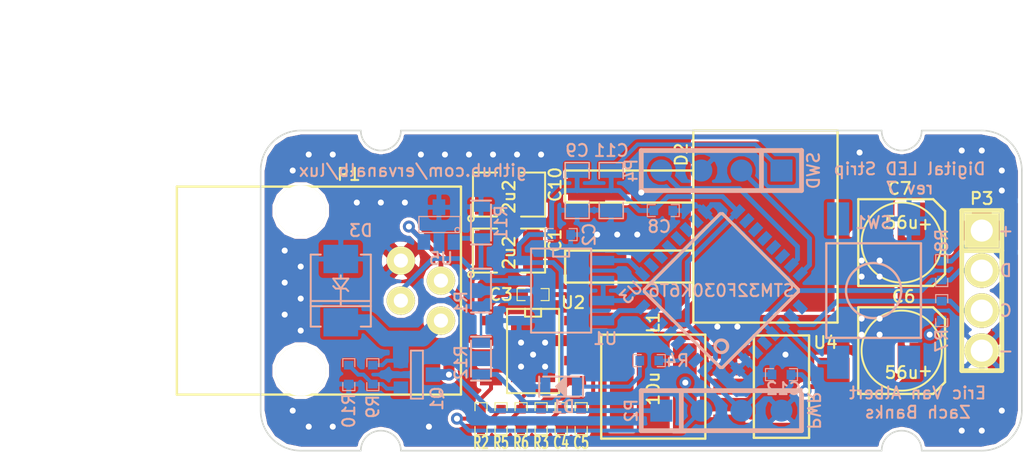
<source format=kicad_pcb>
(kicad_pcb (version 4) (host pcbnew 4.0.2+dfsg1-stable)
  (layers (0 F.Cu signal) (1 Inner2.Cu signal hide) (2 Inner1.Cu signal hide) (31 B.Cu signal) (34 B.Paste user hide) (35 F.Paste user hide) (36 B.SilkS user) (37 F.SilkS user) (38 B.Mask user hide) (39 F.Mask user hide) (44 Edge.Cuts user))
  (net 0 "")
  (net 1 +48V)
  (net 2 /CLK)
  (net 3 /DAT)
  (net 4 /SWCLK)
  (net 5 /SWDAT)
  (net 6 3V3)
  (net 7 GND)
  (net 8 VPP)
  (net 9 "Net-(C3-Pad1)")
  (net 10 "Net-(C3-Pad2)")
  (net 11 "Net-(C4-Pad1)")
  (net 12 "Net-(C5-Pad1)")
  (net 13 "Net-(D1-Pad1)")
  (net 14 "Net-(D3-Pad2)")
  (net 15 "Net-(P1-Pad2)")
  (net 16 "Net-(P1-Pad3)")
  (net 17 "Net-(Q1-PadG)")
  (net 18 "Net-(R2-Pad1)")
  (net 19 "Net-(R4-Pad2)")
  (net 20 "Net-(R5-Pad2)")
  (net 21 "Net-(SW1-Pad1)")
  (net 22 "Net-(SW1-Pad3)")
  (net 23 "Net-(SW1-Pad4)")
  (net 24 "Net-(U1-Pad1)")
  (net 25 "Net-(U1-Pad2)")
  (net 26 "Net-(U1-Pad4)")
  (net 27 "Net-(U2-Pad3)")
  (net 28 "Net-(U3-Pad6)")
  (net 29 "Net-(U3-Pad4)")
  (net 30 "Net-(U3-Pad2)")
  (net 31 "Net-(U3-Pad10)")
  (net 32 "Net-(U3-Pad11)")
  (net 33 "Net-(U3-Pad12)")
  (net 34 "Net-(U3-Pad13)")
  (net 35 "Net-(U3-Pad14)")
  (net 36 "Net-(U3-Pad15)")
  (net 37 "Net-(U3-Pad18)")
  (net 38 "Net-(U3-Pad19)")
  (net 39 "Net-(U3-Pad20)")
  (net 40 "Net-(U3-Pad21)")
  (net 41 "Net-(U3-Pad22)")
  (net 42 "Net-(U3-Pad25)")
  (net 43 "Net-(U3-Pad29)")
  (net 44 "Net-(U3-Pad30)")
  (module SA0603 (layer B.Cu) (at 125.73 121.158 270)
    (fp_text reference R12 (at 0.254 1.27 270) (layer B.SilkS) (effects (font (size 0.762 0.762) (thickness 0.13)) (justify mirror)))
    (fp_text value 680R hide)
    (pad 1 smd rect (at -1 0 270) (size 0.635 1.143) (layers B.Cu B.Paste B.Mask) (net 15 "Net-(P1-Pad2)"))
    (pad 2 smd rect (at 1 0 270) (size 0.635 1.143) (layers B.Cu B.Paste B.Mask) (net 6 3V3))
  )
  (module DPAK3 (layer F.Cu) (at 133.096 112.776 270)
    (fp_text reference D2 (at -4.572 -5.334 270) (layer F.SilkS) (effects (font (size 0.762 0.762) (thickness 0.13))))
    (fp_text value STPS20M100S)
    (pad 2 smd rect (at 0 -10.6 270) (size 10.8 8.9) (layers F.Cu F.Paste F.Mask) (net 10 "Net-(C3-Pad2)"))
    (pad 1 smd rect (at -2.54 0 270) (size 1.778 3.7) (layers F.Cu F.Paste F.Mask) (net 7 GND))
    (pad 1 smd rect (at 2.54 0 270) (size 1.778 3.7) (layers F.Cu F.Paste F.Mask) (net 7 GND))
  )
  (module B6 (layer F.Cu) (at 152.4 113.792 180)
    (fp_text reference C7 (at 0.127 3.429 180) (layer F.SilkS) (effects (font (size 0.762 0.762) (thickness 0.13))))
    (fp_text value 56u (at 0 1.27 180) (layer F.SilkS) (effects (font (size 0.762 0.762) (thickness 0.13))))
    (fp_text user + (at -1.5 1.2 180) (layer F.SilkS) (effects (font (size 0.762 0.762) (thickness 0.13))))
    (pad 1 smd rect (at -1.75 0 180) (size 2.5 1) (layers F.Cu F.Paste F.Mask) (net 8 VPP))
    (pad 2 smd rect (at 1.75 0 180) (size 2.5 1) (layers F.Cu F.Paste F.Mask) (net 7 GND))
  )
  (module SA0603 (layer B.Cu) (at 125.73 116.84 270)
    (fp_text reference R1 (at 0.762 1.27 270) (layer B.SilkS) (effects (font (size 0.762 0.762) (thickness 0.13)) (justify mirror)))
    (fp_text value 120R hide)
    (pad 1 smd rect (at -1 0 270) (size 0.635 1.143) (layers B.Cu B.Paste B.Mask) (net 16 "Net-(P1-Pad3)"))
    (pad 2 smd rect (at 1 0 270) (size 0.635 1.143) (layers B.Cu B.Paste B.Mask) (net 15 "Net-(P1-Pad2)"))
  )
  (module SOT23 (layer B.Cu) (at 123.063 112.649 180)
    (fp_text reference U5 (at -0.127 -2.159 180) (layer B.SilkS) (effects (font (size 0.762 0.762) (thickness 0.13)) (justify mirror)))
    (fp_text value 2CH-TVS hide)
    (pad 3 smd rect (at 0 1.09982 180) (size 0.8001 1.00076) (layers B.Cu B.Paste B.Mask) (net 7 GND))
    (pad 2 smd rect (at 0.9525 -1.09982 180) (size 0.8001 1.00076) (layers B.Cu B.Paste B.Mask) (net 15 "Net-(P1-Pad2)"))
    (pad 1 smd rect (at -0.9525 -1.09982 180) (size 0.8001 1.00076) (layers B.Cu B.Paste B.Mask) (net 16 "Net-(P1-Pad3)"))
  )
  (module SA0603_LED (layer B.Cu) (at 130.81 122.936 180)
    (fp_text reference D1 (at -0.127 -1.27 180) (layer B.SilkS) (effects (font (size 0.762 0.762) (thickness 0.13)) (justify mirror)))
    (fp_text value USR_LED hide)
    (pad 1 smd rect (at -1 0 180) (size 0.635 1.143) (layers B.Cu B.Paste B.Mask) (net 13 "Net-(D1-Pad1)"))
    (pad 2 smd rect (at 1 0 180) (size 0.635 1.143) (layers B.Cu B.Paste B.Mask) (net 7 GND))
  )
  (module SIL-4 (layer B.Cu) (at 140.97 109.22 180)
    (fp_text reference P4 (at 5.715 0 270) (layer B.SilkS) (effects (font (size 0.762 0.762) (thickness 0.13)) (justify mirror)))
    (fp_text value ICSP hide)
    (pad 1 smd rect (at -3.81 0 180) (size 1.397 1.397) (layers B.Cu B.Paste B.Mask) (net 6 3V3))
    (pad 2 smd circle (at -1.27 0 180) (size 1.397 1.397) (layers B.Cu B.Paste B.Mask) (net 4 /SWCLK))
    (pad 3 smd circle (at 1.27 0 180) (size 1.397 1.397) (layers B.Cu B.Paste B.Mask) (net 7 GND))
    (pad 4 smd circle (at 3.81 0 180) (size 1.397 1.397) (layers B.Cu B.Paste B.Mask) (net 5 /SWDAT))
  )
  (module SIL-4 (layer F.Cu) (at 157.48 116.84 270)
    (fp_text reference P3 (at -5.842 0 360) (layer F.SilkS) (effects (font (size 0.762 0.762) (thickness 0.13))))
    (fp_text value LED_STRIP hide)
    (pad 1 thru_hole rect (at -3.81 0 270) (size 2.2 2.2) (drill 1.4) (layers *.Cu *.Mask F.SilkS) (net 8 VPP))
    (pad 2 thru_hole circle (at -1.27 0 270) (size 2.2 2.2) (drill 1.4) (layers *.Cu *.Mask F.SilkS) (net 3 /DAT))
    (pad 3 thru_hole circle (at 1.27 0 270) (size 2.2 2.2) (drill 1.4) (layers *.Cu *.Mask F.SilkS) (net 2 /CLK))
    (pad 4 thru_hole circle (at 3.81 0 270) (size 2.2 2.2) (drill 1.4) (layers *.Cu *.Mask F.SilkS) (net 7 GND))
  )
  (module SOT223 (layer F.Cu) (at 144.78 122.936 270)
    (fp_text reference U4 (at -2.794 -2.794 360) (layer F.SilkS) (effects (font (size 0.762 0.762) (thickness 0.13))))
    (fp_text value NCP1117ST33T3G hide)
    (pad 2 smd rect (at 0 -3.302 270) (size 3.6576 2.032) (layers F.Cu F.Paste F.Mask) (net 6 3V3))
    (pad "" smd rect (at 0 3.302 270) (size 1.016 2.032) (layers F.Cu F.Paste F.Mask))
    (pad 3 smd rect (at 2.286 3.302 270) (size 1.016 2.032) (layers F.Cu F.Paste F.Mask) (net 8 VPP))
    (pad 1 smd rect (at -2.286 3.302 270) (size 1.016 2.032) (layers F.Cu F.Paste F.Mask) (net 7 GND))
  )
  (module SA0805 (layer B.Cu) (at 131.826 110.49 270)
    (fp_text reference C9 (at -2.54 0 360) (layer B.SilkS) (effects (font (size 0.762 0.762) (thickness 0.13)) (justify mirror)))
    (fp_text value 2u2 hide)
    (pad 1 smd rect (at -1.25 0 270) (size 0.889 1.397) (layers B.Cu B.Paste B.Mask) (net 6 3V3))
    (pad 2 smd rect (at 1.25 0 270) (size 0.889 1.397) (layers B.Cu B.Paste B.Mask) (net 7 GND))
  )
  (module SO8E (layer B.Cu) (at 130.81 116.84 270)
    (fp_text reference U1 (at 3.048 -2.794 360) (layer B.SilkS) (effects (font (size 0.762 0.762) (thickness 0.13)) (justify mirror)))
    (fp_text value ISL83485IBZ hide)
    (pad 8 smd rect (at -1.905 2.667 270) (size 0.59944 1.39954) (layers B.Cu B.Paste B.Mask) (net 6 3V3))
    (pad 1 smd rect (at -1.905 -2.667 270) (size 0.59944 1.39954) (layers B.Cu B.Paste B.Mask) (net 24 "Net-(U1-Pad1)"))
    (pad 7 smd rect (at -0.635 2.667 270) (size 0.59944 1.39954) (layers B.Cu B.Paste B.Mask) (net 16 "Net-(P1-Pad3)"))
    (pad 6 smd rect (at 0.635 2.667 270) (size 0.59944 1.39954) (layers B.Cu B.Paste B.Mask) (net 15 "Net-(P1-Pad2)"))
    (pad 5 smd rect (at 1.905 2.667 270) (size 0.59944 1.39954) (layers B.Cu B.Paste B.Mask) (net 7 GND))
    (pad 2 smd rect (at -0.635 -2.667 270) (size 0.59944 1.39954) (layers B.Cu B.Paste B.Mask) (net 25 "Net-(U1-Pad2)"))
    (pad 3 smd rect (at 0.635 -2.667 270) (size 0.59944 1.39954) (layers B.Cu B.Paste B.Mask) (net 25 "Net-(U1-Pad2)"))
    (pad 4 smd rect (at 1.905 -2.667 270) (size 0.59944 1.39954) (layers B.Cu B.Paste B.Mask) (net 26 "Net-(U1-Pad4)"))
  )
  (module Assman-6p4c (layer F.Cu) (at 114.3 116.84 270)
    (fp_text reference P1 (at -7.366 -3.048 360) (layer F.SilkS) (effects (font (size 0.762 0.762) (thickness 0.13))))
    (fp_text value mod_jack_in hide)
    (pad "" np_thru_hole circle (at -5.08 0 270) (size 3.2 3.2) (drill 3.2) (layers *.Cu *.Mask F.SilkS))
    (pad "" np_thru_hole circle (at 5.08 0 270) (size 3.2 3.2) (drill 3.2) (layers *.Cu *.Mask F.SilkS))
    (pad 1 thru_hole circle (at -1.905 -6.35 270) (size 1.8 1.8) (drill 0.9) (layers *.Cu *.Mask F.SilkS) (net 7 GND))
    (pad 2 thru_hole circle (at -0.635 -8.89 270) (size 1.8 1.8) (drill 0.9) (layers *.Cu *.Mask F.SilkS) (net 15 "Net-(P1-Pad2)"))
    (pad 3 thru_hole circle (at 0.635 -6.35 270) (size 1.8 1.8) (drill 0.9) (layers *.Cu *.Mask F.SilkS) (net 16 "Net-(P1-Pad3)"))
    (pad 4 thru_hole circle (at 1.905 -8.89 270) (size 1.8 1.8) (drill 0.9) (layers *.Cu *.Mask F.SilkS) (net 14 "Net-(D3-Pad2)"))
  )
  (module SIL-4 (layer B.Cu) (at 140.97 124.46)
    (fp_text reference P2 (at -5.715 0 90) (layer B.SilkS) (effects (font (size 0.762 0.762) (thickness 0.13)) (justify mirror)))
    (fp_text value PWR_TST hide)
    (pad 1 smd rect (at -3.81 0) (size 1.397 1.397) (layers B.Cu B.Paste B.Mask) (net 1 +48V))
    (pad 2 smd circle (at -1.27 0) (size 1.397 1.397) (layers B.Cu B.Paste B.Mask) (net 8 VPP))
    (pad 3 smd circle (at 1.27 0) (size 1.397 1.397) (layers B.Cu B.Paste B.Mask) (net 6 3V3))
    (pad 4 smd circle (at 3.81 0) (size 1.397 1.397) (layers B.Cu B.Paste B.Mask) (net 7 GND))
  )
  (module MSS1210 (layer F.Cu) (at 136.652 122.936 270)
    (fp_text reference L1 (at -4.064 0 270) (layer F.SilkS) (effects (font (size 0.762 0.762) (thickness 0.13))))
    (fp_text value 10u (at 0.127 0 270) (layer F.SilkS) (effects (font (size 0.762 0.762) (thickness 0.13))))
    (pad 1 smd rect (at 0 2 270) (size 5.5 1.5) (layers F.Cu F.Paste F.Mask) (net 10 "Net-(C3-Pad2)"))
    (pad 2 smd rect (at 0 -2 270) (size 5.5 1.5) (layers F.Cu F.Paste F.Mask) (net 8 VPP))
  )
  (module SM1210 (layer F.Cu) (at 127.508 114.3)
    (fp_text reference C1 (at 2.921 -0.635 90) (layer F.SilkS) (effects (font (size 0.762 0.762) (thickness 0.13))))
    (fp_text value 2u2 (at 0 0.127 90) (layer F.SilkS) (effects (font (size 0.762 0.762) (thickness 0.13))))
    (pad 1 smd rect (at -1.524 0) (size 1.27 2.54) (layers F.Cu F.Paste F.Mask) (net 1 +48V))
    (pad 2 smd rect (at 1.524 0) (size 1.27 2.54) (layers F.Cu F.Paste F.Mask) (net 7 GND))
  )
  (module SA0402 (layer B.Cu) (at 130.81 113.284)
    (fp_text reference C2 (at 1.778 0 90) (layer B.SilkS) (effects (font (size 0.762 0.762) (thickness 0.13)) (justify mirror)))
    (fp_text value 100n hide)
    (pad 1 smd rect (at -0.6 0) (size 0.55 0.6) (layers B.Cu B.Paste B.Mask) (net 6 3V3))
    (pad 2 smd rect (at 0.6 0) (size 0.55 0.6) (layers B.Cu B.Paste B.Mask) (net 7 GND))
  )
  (module SA0402 (layer F.Cu) (at 129.032 117.094)
    (fp_text reference C3 (at -2.032 0) (layer F.SilkS) (effects (font (size 0.762 0.762) (thickness 0.13))))
    (fp_text value 100n hide)
    (pad 1 smd rect (at -0.6 0) (size 0.55 0.6) (layers F.Cu F.Paste F.Mask) (net 9 "Net-(C3-Pad1)"))
    (pad 2 smd rect (at 0.6 0) (size 0.55 0.6) (layers F.Cu F.Paste F.Mask) (net 10 "Net-(C3-Pad2)"))
  )
  (module SA0402 (layer F.Cu) (at 130.81 124.968 270)
    (fp_text reference C4 (at 1.524 0 360) (layer F.SilkS) (effects (font (size 0.762 0.5) (thickness 0.125))))
    (fp_text value 1n2 hide)
    (pad 1 smd rect (at -0.6 0 270) (size 0.55 0.6) (layers F.Cu F.Paste F.Mask) (net 11 "Net-(C4-Pad1)"))
    (pad 2 smd rect (at 0.6 0 270) (size 0.55 0.6) (layers F.Cu F.Paste F.Mask) (net 7 GND))
  )
  (module SA0402 (layer F.Cu) (at 132.08 124.968 270)
    (fp_text reference C5 (at 1.524 0 360) (layer F.SilkS) (effects (font (size 0.762 0.5) (thickness 0.125))))
    (fp_text value 22p hide)
    (pad 1 smd rect (at -0.6 0 270) (size 0.55 0.6) (layers F.Cu F.Paste F.Mask) (net 12 "Net-(C5-Pad1)"))
    (pad 2 smd rect (at 0.6 0 270) (size 0.55 0.6) (layers F.Cu F.Paste F.Mask) (net 7 GND))
  )
  (module SA0402 (layer B.Cu) (at 137.287 111.76)
    (fp_text reference C8 (at -0.254 1.016) (layer B.SilkS) (effects (font (size 0.762 0.762) (thickness 0.13)) (justify mirror)))
    (fp_text value 100n hide)
    (pad 1 smd rect (at -0.6 0) (size 0.55 0.6) (layers B.Cu B.Paste B.Mask) (net 6 3V3))
    (pad 2 smd rect (at 0.6 0) (size 0.55 0.6) (layers B.Cu B.Paste B.Mask) (net 7 GND))
  )
  (module SA0402 (layer F.Cu) (at 125.73 124.968 270)
    (fp_text reference R2 (at 1.524 0 360) (layer F.SilkS) (effects (font (size 0.762 0.5) (thickness 0.125))))
    (fp_text value 270K hide)
    (pad 1 smd rect (at -0.6 0 270) (size 0.55 0.6) (layers F.Cu F.Paste F.Mask) (net 18 "Net-(R2-Pad1)"))
    (pad 2 smd rect (at 0.6 0 270) (size 0.55 0.6) (layers F.Cu F.Paste F.Mask) (net 7 GND))
  )
  (module SA0402 (layer F.Cu) (at 129.54 124.968 270)
    (fp_text reference R3 (at 1.524 0 360) (layer F.SilkS) (effects (font (size 0.762 0.5) (thickness 0.125))))
    (fp_text value 27K hide)
    (pad 1 smd rect (at -0.6 0 270) (size 0.55 0.6) (layers F.Cu F.Paste F.Mask) (net 12 "Net-(C5-Pad1)"))
    (pad 2 smd rect (at 0.6 0 270) (size 0.55 0.6) (layers F.Cu F.Paste F.Mask) (net 11 "Net-(C4-Pad1)"))
  )
  (module SA0402 (layer B.Cu) (at 136.398 121.285)
    (fp_text reference R4 (at 1.778 0) (layer B.SilkS) (effects (font (size 0.762 0.762) (thickness 0.13)) (justify mirror)))
    (fp_text value 220R hide)
    (pad 1 smd rect (at -0.6 0) (size 0.55 0.6) (layers B.Cu B.Paste B.Mask) (net 13 "Net-(D1-Pad1)"))
    (pad 2 smd rect (at 0.6 0) (size 0.55 0.6) (layers B.Cu B.Paste B.Mask) (net 19 "Net-(R4-Pad2)"))
  )
  (module SA0402 (layer F.Cu) (at 127 124.968 270)
    (fp_text reference R5 (at 1.524 0 360) (layer F.SilkS) (effects (font (size 0.762 0.5) (thickness 0.125))))
    (fp_text value 270K hide)
    (pad 1 smd rect (at -0.6 0 270) (size 0.55 0.6) (layers F.Cu F.Paste F.Mask) (net 8 VPP))
    (pad 2 smd rect (at 0.6 0 270) (size 0.55 0.6) (layers F.Cu F.Paste F.Mask) (net 20 "Net-(R5-Pad2)"))
  )
  (module SA0402 (layer F.Cu) (at 128.27 124.968 270)
    (fp_text reference R6 (at 1.524 0 360) (layer F.SilkS) (effects (font (size 0.762 0.5) (thickness 0.125))))
    (fp_text value 22K hide)
    (pad 1 smd rect (at -0.6 0 270) (size 0.55 0.6) (layers F.Cu F.Paste F.Mask) (net 20 "Net-(R5-Pad2)"))
    (pad 2 smd rect (at 0.6 0 270) (size 0.55 0.6) (layers F.Cu F.Paste F.Mask) (net 7 GND))
  )
  (module SA0402 (layer B.Cu) (at 154.94 118.11 90)
    (fp_text reference R7 (at -1.905 0 90) (layer B.SilkS) (effects (font (size 0.762 0.762) (thickness 0.13)) (justify mirror)))
    (fp_text value 1K hide)
    (pad 1 smd rect (at -0.6 0 90) (size 0.55 0.6) (layers B.Cu B.Paste B.Mask) (net 8 VPP))
    (pad 2 smd rect (at 0.6 0 90) (size 0.55 0.6) (layers B.Cu B.Paste B.Mask) (net 2 /CLK))
  )
  (module SA0402 (layer B.Cu) (at 154.94 115.57 270)
    (fp_text reference R8 (at -1.905 0 270) (layer B.SilkS) (effects (font (size 0.762 0.762) (thickness 0.13)) (justify mirror)))
    (fp_text value 1K hide)
    (pad 1 smd rect (at -0.6 0 270) (size 0.55 0.6) (layers B.Cu B.Paste B.Mask) (net 8 VPP))
    (pad 2 smd rect (at 0.6 0 270) (size 0.55 0.6) (layers B.Cu B.Paste B.Mask) (net 3 /DAT))
  )
  (module TACT-SW-SMD (layer B.Cu) (at 150.622 116.84)
    (fp_text reference SW1 (at 0 -4.318) (layer B.SilkS) (effects (font (size 0.762 0.762) (thickness 0.13)) (justify mirror)))
    (fp_text value USR_SW hide)
    (pad 1 smd rect (at 2.25 4.55) (size 1.4 2.1) (layers B.Cu B.Paste B.Mask) (net 21 "Net-(SW1-Pad1)"))
    (pad 2 smd rect (at 2.25 -4.55) (size 1.4 2.1) (layers B.Cu B.Paste B.Mask) (net 7 GND))
    (pad 3 smd rect (at -2.25 4.55) (size 1.4 2.1) (layers B.Cu B.Paste B.Mask) (net 22 "Net-(SW1-Pad3)"))
    (pad 4 smd rect (at -2.25 -4.55) (size 1.4 2.1) (layers B.Cu B.Paste B.Mask) (net 23 "Net-(SW1-Pad4)"))
  )
  (module SO8_WITH_EP (layer F.Cu) (at 129.032 120.65 270)
    (fp_text reference U2 (at -3.048 -2.54 360) (layer F.SilkS) (effects (font (size 0.762 0.762) (thickness 0.13))))
    (fp_text value TPS54560 hide)
    (pad 8 smd rect (at -1.905 -2.667 270) (size 0.59944 1.39954) (layers F.Cu F.Paste F.Mask) (net 10 "Net-(C3-Pad2)"))
    (pad 1 smd rect (at -1.905 2.667 270) (size 0.59944 1.39954) (layers F.Cu F.Paste F.Mask) (net 9 "Net-(C3-Pad1)"))
    (pad 7 smd rect (at -0.635 -2.667 270) (size 0.59944 1.39954) (layers F.Cu F.Paste F.Mask) (net 7 GND))
    (pad 6 smd rect (at 0.635 -2.667 270) (size 0.59944 1.39954) (layers F.Cu F.Paste F.Mask) (net 12 "Net-(C5-Pad1)"))
    (pad 5 smd rect (at 1.905 -2.667 270) (size 0.59944 1.39954) (layers F.Cu F.Paste F.Mask) (net 20 "Net-(R5-Pad2)"))
    (pad 2 smd rect (at -0.635 2.667 270) (size 0.59944 1.39954) (layers F.Cu F.Paste F.Mask) (net 1 +48V))
    (pad 3 smd rect (at 0.635 2.667 270) (size 0.59944 1.39954) (layers F.Cu F.Paste F.Mask) (net 27 "Net-(U2-Pad3)"))
    (pad 4 smd rect (at 1.905 2.667 270) (size 0.59944 1.39954) (layers F.Cu F.Paste F.Mask) (net 18 "Net-(R2-Pad1)"))
    (pad 9 smd rect (at 0 0 270) (size 4.0005 2.79908) (layers F.Cu F.Paste F.Mask) (net 7 GND))
  )
  (module LQFP32 (layer B.Cu) (at 140.97 116.84 45)
    (fp_text reference U3 (at -4.130918 -3.951313 45) (layer B.SilkS) (effects (font (size 0.762 0.762) (thickness 0.13)) (justify mirror)))
    (fp_text value STM32F030-32 hide)
    (pad 8 smd rect (at -4.275 -2.8 45) (size 0.85 0.54) (layers B.Cu B.Paste B.Mask) (net 26 "Net-(U1-Pad4)"))
    (pad 7 smd rect (at -4.275 -2 45) (size 0.85 0.54) (layers B.Cu B.Paste B.Mask) (net 25 "Net-(U1-Pad2)"))
    (pad 6 smd rect (at -4.275 -1.2 45) (size 0.85 0.54) (layers B.Cu B.Paste B.Mask) (net 28 "Net-(U3-Pad6)"))
    (pad 5 smd rect (at -4.275 -0.4 45) (size 0.85 0.54) (layers B.Cu B.Paste B.Mask) (net 6 3V3))
    (pad 4 smd rect (at -4.275 0.4 45) (size 0.85 0.54) (layers B.Cu B.Paste B.Mask) (net 29 "Net-(U3-Pad4)"))
    (pad 3 smd rect (at -4.275 1.2 45) (size 0.85 0.54) (layers B.Cu B.Paste B.Mask) (net 19 "Net-(R4-Pad2)"))
    (pad 2 smd rect (at -4.275 2 45) (size 0.85 0.54) (layers B.Cu B.Paste B.Mask) (net 30 "Net-(U3-Pad2)"))
    (pad 1 smd rect (at -4.275 2.8 45) (size 0.85 0.54) (layers B.Cu B.Paste B.Mask) (net 6 3V3))
    (pad 1 smd rect (at -4.275 2.8 45) (size 0.85 0.54) (layers B.Cu B.Paste B.Mask) (net 6 3V3))
    (pad 2 smd rect (at -4.275 2 45) (size 0.85 0.54) (layers B.Cu B.Paste B.Mask) (net 30 "Net-(U3-Pad2)"))
    (pad 3 smd rect (at -4.275 1.2 45) (size 0.85 0.54) (layers B.Cu B.Paste B.Mask) (net 19 "Net-(R4-Pad2)"))
    (pad 4 smd rect (at -4.275 0.4 45) (size 0.85 0.54) (layers B.Cu B.Paste B.Mask) (net 29 "Net-(U3-Pad4)"))
    (pad 5 smd rect (at -4.275 -0.4 45) (size 0.85 0.54) (layers B.Cu B.Paste B.Mask) (net 6 3V3))
    (pad 6 smd rect (at -4.275 -1.2 45) (size 0.85 0.54) (layers B.Cu B.Paste B.Mask) (net 28 "Net-(U3-Pad6)"))
    (pad 7 smd rect (at -4.275 -2 45) (size 0.85 0.54) (layers B.Cu B.Paste B.Mask) (net 25 "Net-(U1-Pad2)"))
    (pad 8 smd rect (at -4.275 -2.8 45) (size 0.85 0.54) (layers B.Cu B.Paste B.Mask) (net 26 "Net-(U1-Pad4)"))
    (pad 8 smd rect (at -4.275 -2.8 45) (size 0.85 0.54) (layers B.Cu B.Paste B.Mask) (net 26 "Net-(U1-Pad4)"))
    (pad 7 smd rect (at -4.275 -2 45) (size 0.85 0.54) (layers B.Cu B.Paste B.Mask) (net 25 "Net-(U1-Pad2)"))
    (pad 6 smd rect (at -4.275 -1.2 45) (size 0.85 0.54) (layers B.Cu B.Paste B.Mask) (net 28 "Net-(U3-Pad6)"))
    (pad 5 smd rect (at -4.275 -0.4 45) (size 0.85 0.54) (layers B.Cu B.Paste B.Mask) (net 6 3V3))
    (pad 4 smd rect (at -4.275 0.4 45) (size 0.85 0.54) (layers B.Cu B.Paste B.Mask) (net 29 "Net-(U3-Pad4)"))
    (pad 3 smd rect (at -4.275 1.2 45) (size 0.85 0.54) (layers B.Cu B.Paste B.Mask) (net 19 "Net-(R4-Pad2)"))
    (pad 2 smd rect (at -4.275 2 45) (size 0.85 0.54) (layers B.Cu B.Paste B.Mask) (net 30 "Net-(U3-Pad2)"))
    (pad 1 smd rect (at -4.275 2.8 45) (size 0.85 0.54) (layers B.Cu B.Paste B.Mask) (net 6 3V3))
    (pad 1 smd rect (at -4.275 2.8 45) (size 0.85 0.54) (layers B.Cu B.Paste B.Mask) (net 6 3V3))
    (pad 2 smd rect (at -4.275 2 45) (size 0.85 0.54) (layers B.Cu B.Paste B.Mask) (net 30 "Net-(U3-Pad2)"))
    (pad 3 smd rect (at -4.275 1.2 45) (size 0.85 0.54) (layers B.Cu B.Paste B.Mask) (net 19 "Net-(R4-Pad2)"))
    (pad 4 smd rect (at -4.275 0.4 45) (size 0.85 0.54) (layers B.Cu B.Paste B.Mask) (net 29 "Net-(U3-Pad4)"))
    (pad 5 smd rect (at -4.275 -0.4 45) (size 0.85 0.54) (layers B.Cu B.Paste B.Mask) (net 6 3V3))
    (pad 6 smd rect (at -4.275 -1.2 45) (size 0.85 0.54) (layers B.Cu B.Paste B.Mask) (net 28 "Net-(U3-Pad6)"))
    (pad 7 smd rect (at -4.275 -2 45) (size 0.85 0.54) (layers B.Cu B.Paste B.Mask) (net 25 "Net-(U1-Pad2)"))
    (pad 8 smd rect (at -4.275 -2.8 45) (size 0.85 0.54) (layers B.Cu B.Paste B.Mask) (net 26 "Net-(U1-Pad4)"))
    (pad 9 smd rect (at -2.8 -4.275 45) (size 0.54 0.85) (layers B.Cu B.Paste B.Mask) (net 24 "Net-(U1-Pad1)"))
    (pad 10 smd rect (at -2 -4.275 45) (size 0.54 0.85) (layers B.Cu B.Paste B.Mask) (net 31 "Net-(U3-Pad10)"))
    (pad 11 smd rect (at -1.2 -4.275 45) (size 0.54 0.85) (layers B.Cu B.Paste B.Mask) (net 32 "Net-(U3-Pad11)"))
    (pad 12 smd rect (at -0.4 -4.275 45) (size 0.54 0.85) (layers B.Cu B.Paste B.Mask) (net 33 "Net-(U3-Pad12)"))
    (pad 13 smd rect (at 0.4 -4.275 45) (size 0.54 0.85) (layers B.Cu B.Paste B.Mask) (net 34 "Net-(U3-Pad13)"))
    (pad 14 smd rect (at 1.2 -4.275 45) (size 0.54 0.85) (layers B.Cu B.Paste B.Mask) (net 35 "Net-(U3-Pad14)"))
    (pad 15 smd rect (at 2 -4.275 45) (size 0.54 0.85) (layers B.Cu B.Paste B.Mask) (net 36 "Net-(U3-Pad15)"))
    (pad 16 smd rect (at 2.8 -4.275 45) (size 0.54 0.85) (layers B.Cu B.Paste B.Mask) (net 7 GND))
    (pad 17 smd rect (at 4.275 -2.8 45) (size 0.85 0.54) (layers B.Cu B.Paste B.Mask) (net 6 3V3))
    (pad 18 smd rect (at 4.275 -2 45) (size 0.85 0.54) (layers B.Cu B.Paste B.Mask) (net 37 "Net-(U3-Pad18)"))
    (pad 19 smd rect (at 4.275 -1.2 45) (size 0.85 0.54) (layers B.Cu B.Paste B.Mask) (net 38 "Net-(U3-Pad19)"))
    (pad 20 smd rect (at 4.275 -0.4 45) (size 0.85 0.54) (layers B.Cu B.Paste B.Mask) (net 39 "Net-(U3-Pad20)"))
    (pad 21 smd rect (at 4.275 0.4 45) (size 0.85 0.54) (layers B.Cu B.Paste B.Mask) (net 40 "Net-(U3-Pad21)"))
    (pad 22 smd rect (at 4.275 1.2 45) (size 0.85 0.54) (layers B.Cu B.Paste B.Mask) (net 41 "Net-(U3-Pad22)"))
    (pad 23 smd rect (at 4.275 2 45) (size 0.85 0.54) (layers B.Cu B.Paste B.Mask) (net 5 /SWDAT))
    (pad 24 smd rect (at 4.275 2.8 45) (size 0.85 0.54) (layers B.Cu B.Paste B.Mask) (net 4 /SWCLK))
    (pad 25 smd rect (at 2.8 4.275 45) (size 0.54 0.85) (layers B.Cu B.Paste B.Mask) (net 42 "Net-(U3-Pad25)"))
    (pad 26 smd rect (at 2 4.275 45) (size 0.54 0.85) (layers B.Cu B.Paste B.Mask) (net 2 /CLK))
    (pad 27 smd rect (at 1.2 4.275 45) (size 0.54 0.85) (layers B.Cu B.Paste B.Mask) (net 22 "Net-(SW1-Pad3)"))
    (pad 28 smd rect (at 0.4 4.275 45) (size 0.54 0.85) (layers B.Cu B.Paste B.Mask) (net 3 /DAT))
    (pad 29 smd rect (at -0.4 4.275 45) (size 0.54 0.85) (layers B.Cu B.Paste B.Mask) (net 43 "Net-(U3-Pad29)"))
    (pad 30 smd rect (at -1.2 4.275 45) (size 0.54 0.85) (layers B.Cu B.Paste B.Mask) (net 44 "Net-(U3-Pad30)"))
    (pad 31 smd rect (at -2 4.275 45) (size 0.54 0.85) (layers B.Cu B.Paste B.Mask) (net 7 GND))
    (pad 32 smd rect (at -2.8 4.275 45) (size 0.54 0.85) (layers B.Cu B.Paste B.Mask) (net 7 GND))
  )
  (module B6 (layer F.Cu) (at 152.4 120.65 180)
    (fp_text reference C6 (at -0.127 3.429 180) (layer F.SilkS) (effects (font (size 0.762 0.762) (thickness 0.13))))
    (fp_text value 56u (at 0 -1.397 180) (layer F.SilkS) (effects (font (size 0.762 0.762) (thickness 0.13))))
    (fp_text user + (at -1.5 -1.25 180) (layer F.SilkS) (effects (font (size 0.762 0.762) (thickness 0.13))))
    (pad 1 smd rect (at -1.75 0 180) (size 2.5 1) (layers F.Cu F.Paste F.Mask) (net 8 VPP))
    (pad 2 smd rect (at 1.75 0 180) (size 2.5 1) (layers F.Cu F.Paste F.Mask) (net 7 GND))
  )
  (module "DO-214AA(SMB)" (layer B.Cu) (at 116.84 116.84 270)
    (fp_text reference D3 (at -3.81 -1.27 360) (layer B.SilkS) (effects (font (size 0.762 0.762) (thickness 0.13)) (justify mirror)))
    (fp_text value 1SMB58AT3G hide)
    (pad 1 smd rect (at -2.0066 0 270) (size 1.80086 2.19964) (layers B.Cu B.Paste B.Mask) (net 7 GND))
    (pad 2 smd rect (at 2.0066 0 270) (size 1.80086 2.19964) (layers B.Cu B.Paste B.Mask) (net 14 "Net-(D3-Pad2)"))
  )
  (module SOT23GDS (layer B.Cu) (at 121.666 122.174 270)
    (fp_text reference Q1 (at 1.524 -1.27 270) (layer B.SilkS) (effects (font (size 0.762 0.762) (thickness 0.13)) (justify mirror)))
    (fp_text value FDN5618P hide)
    (pad S smd rect (at -0.889 1.016 270) (size 0.9144 0.9144) (layers B.Cu B.Paste B.Mask) (net 14 "Net-(D3-Pad2)"))
    (pad G smd rect (at 0.889 1.016 270) (size 0.9144 0.9144) (layers B.Cu B.Paste B.Mask) (net 17 "Net-(Q1-PadG)"))
    (pad D smd rect (at 0 -1.016 270) (size 0.9144 0.9144) (layers B.Cu B.Paste B.Mask) (net 1 +48V))
  )
  (module SA0402 (layer B.Cu) (at 118.872 122.174 270)
    (fp_text reference R9 (at 2.032 0 270) (layer B.SilkS) (effects (font (size 0.762 0.762) (thickness 0.13)) (justify mirror)))
    (fp_text value 22K hide)
    (pad 1 smd rect (at -0.6 0 270) (size 0.55 0.6) (layers B.Cu B.Paste B.Mask) (net 14 "Net-(D3-Pad2)"))
    (pad 2 smd rect (at 0.6 0 270) (size 0.55 0.6) (layers B.Cu B.Paste B.Mask) (net 17 "Net-(Q1-PadG)"))
  )
  (module SA0402 (layer B.Cu) (at 117.348 122.174 270)
    (fp_text reference R10 (at 2.286 0 450) (layer B.SilkS) (effects (font (size 0.762 0.762) (thickness 0.13)) (justify mirror)))
    (fp_text value 47K hide)
    (pad 1 smd rect (at -0.6 0 270) (size 0.55 0.6) (layers B.Cu B.Paste B.Mask) (net 17 "Net-(Q1-PadG)"))
    (pad 2 smd rect (at 0.6 0 270) (size 0.55 0.6) (layers B.Cu B.Paste B.Mask) (net 7 GND))
  )
  (module SA0603 (layer B.Cu) (at 125.73 112.522 270)
    (fp_text reference R11 (at 0 -1.27 450) (layer B.SilkS) (effects (font (size 0.762 0.762) (thickness 0.13)) (justify mirror)))
    (fp_text value 680R hide)
    (pad 1 smd rect (at -1 0 270) (size 0.635 1.143) (layers B.Cu B.Paste B.Mask) (net 7 GND))
    (pad 2 smd rect (at 1 0 270) (size 0.635 1.143) (layers B.Cu B.Paste B.Mask) (net 16 "Net-(P1-Pad3)"))
  )
  (module SM1210 (layer F.Cu) (at 127.508 110.744)
    (fp_text reference C10 (at 2.921 -0.635 90) (layer F.SilkS) (effects (font (size 0.762 0.762) (thickness 0.13))))
    (fp_text value 2u2 (at 0 0.127 90) (layer F.SilkS) (effects (font (size 0.762 0.762) (thickness 0.13))))
    (pad 1 smd rect (at -1.524 0) (size 1.27 2.54) (layers F.Cu F.Paste F.Mask) (net 1 +48V))
    (pad 2 smd rect (at 1.524 0) (size 1.27 2.54) (layers F.Cu F.Paste F.Mask) (net 7 GND))
  )
  (module SA0402 (layer B.Cu) (at 144.78 122.174 180)
    (fp_text reference C12 (at -0.127 -0.889 180) (layer B.SilkS) (effects (font (size 0.762 0.762) (thickness 0.13)) (justify mirror)))
    (fp_text value 100n hide)
    (pad 1 smd rect (at -0.6 0 180) (size 0.55 0.6) (layers B.Cu B.Paste B.Mask) (net 6 3V3))
    (pad 2 smd rect (at 0.6 0 180) (size 0.55 0.6) (layers B.Cu B.Paste B.Mask) (net 7 GND))
  )
  (module SA0805 (layer B.Cu) (at 133.985 110.49 270)
    (fp_text reference C11 (at -2.54 0 360) (layer B.SilkS) (effects (font (size 0.762 0.762) (thickness 0.13)) (justify mirror)))
    (fp_text value 2u2 hide)
    (pad 1 smd rect (at -1.25 0 270) (size 0.889 1.397) (layers B.Cu B.Paste B.Mask) (net 6 3V3))
    (pad 2 smd rect (at 1.25 0 270) (size 0.889 1.397) (layers B.Cu B.Paste B.Mask) (net 7 GND))
  )
  (gr_text "Digital LED Strip\nrev 7" (at 152.908 109.728) (layer B.SilkS) (effects (font (size 0.762 0.762) (thickness 0.13)) (justify mirror)))
  (gr_text "Eric Van Albert\nZach Banks" (at 153.416 123.952) (layer B.SilkS) (effects (font (size 0.762 0.762) (thickness 0.13)) (justify mirror)))
  (gr_text github.com/ervanalb/lux (at 121.412 109.22) (layer B.SilkS) (effects (font (size 0.762 0.762) (thickness 0.13)) (justify mirror)))
  (gr_text - (at 159.004 120.65) (layer B.SilkS) (effects (font (size 0.762 0.762) (thickness 0.13)) (justify mirror)))
  (gr_text C (at 159.004 118.11) (layer B.SilkS) (effects (font (size 0.762 0.762) (thickness 0.13)) (justify mirror)))
  (gr_text D (at 159.004 115.57) (layer B.SilkS) (effects (font (size 0.762 0.762) (thickness 0.13)) (justify mirror)))
  (gr_text + (at 159.004 113.03) (layer B.SilkS) (effects (font (size 0.762 0.762) (thickness 0.13)) (justify mirror)))
  (gr_text PWR (at 146.812 124.46 270) (layer B.SilkS) (effects (font (size 0.762 0.762) (thickness 0.13)) (justify mirror)))
  (gr_text SWD (at 146.812 109.22 90) (layer B.SilkS) (effects (font (size 0.762 0.762) (thickness 0.13)) (justify mirror)))
  (gr_text STM32F030K6T6 (at 140.97 116.84) (layer B.SilkS) (effects (font (size 0.762 0.762) (thickness 0.13)) (justify mirror)))
  (gr_line (start 118.11 106.68) (end 114.3 106.68) (angle 90) (layer Edge.Cuts) (width 0.1))
  (gr_line (start 151.13 106.68) (end 120.65 106.68) (angle 90) (layer Edge.Cuts) (width 0.1))
  (gr_line (start 153.67 106.68) (end 157.48 106.68) (angle 90) (layer Edge.Cuts) (width 0.1))
  (gr_line (start 153.67 127) (end 157.48 127) (angle 90) (layer Edge.Cuts) (width 0.1))
  (gr_line (start 120.65 127) (end 151.13 127) (angle 90) (layer Edge.Cuts) (width 0.1))
  (gr_line (start 114.3 127) (end 118.11 127) (angle 90) (layer Edge.Cuts) (width 0.1))
  (gr_arc (start 152.4 127) (end 151.13 127) (angle 180) (layer Edge.Cuts) (width 0.1))
  (gr_arc (start 119.38 127) (end 118.11 127) (angle 180) (layer Edge.Cuts) (width 0.1))
  (gr_arc (start 119.38 106.68) (end 120.65 106.68) (angle 180) (layer Edge.Cuts) (width 0.1))
  (gr_arc (start 152.4 106.68) (end 153.67 106.68) (angle 180) (layer Edge.Cuts) (width 0.1))
  (gr_arc (start 157.48 124.46) (end 160.02 124.46) (angle 90) (layer Edge.Cuts) (width 0.1))
  (gr_arc (start 157.48 109.22) (end 157.48 106.68) (angle 90) (layer Edge.Cuts) (width 0.1))
  (gr_line (start 160.02 109.22) (end 160.02 124.46) (angle 90) (layer Edge.Cuts) (width 0.1))
  (gr_arc (start 114.3 124.46) (end 114.3 127) (angle 90) (layer Edge.Cuts) (width 0.1))
  (gr_arc (start 114.3 109.22) (end 111.76 109.22) (angle 90) (layer Edge.Cuts) (width 0.1))
  (gr_line (start 111.76 109.22) (end 111.76 124.46) (angle 90) (layer Edge.Cuts) (width 0.1))
  (via (at 123.698 122.174) (size 0.762) (drill 0.381) (layers F.Cu B.Cu) (net 1))
  (segment (start 124.968 119.634) (end 123.698 120.904) (width 0.7) (layer F.Cu) (net 1))
  (segment (start 123.698 120.904) (end 123.698 122.174) (width 0.7) (layer F.Cu) (net 1))
  (segment (start 122.682 122.174) (end 123.698 122.174) (width 0.7) (layer B.Cu) (net 1))
  (segment (start 124.079 122.174) (end 123.698 122.174) (width 0.3048) (layer B.Cu) (net 1))
  (segment (start 126.365 124.46) (end 124.079 122.174) (width 0.3048) (layer B.Cu) (net 1))
  (segment (start 137.16 124.46) (end 126.365 124.46) (width 0.3048) (layer B.Cu) (net 1))
  (segment (start 126.365 120.015) (end 125.349 120.015) (width 0.7) (layer F.Cu) (net 1))
  (segment (start 125.349 120.015) (end 124.968 119.634) (width 0.7) (layer F.Cu) (net 1))
  (segment (start 124.968 119.634) (end 124.968 116.078) (width 0.7) (layer F.Cu) (net 1))
  (segment (start 124.968 116.078) (end 125.984 115.062) (width 0.7) (layer F.Cu) (net 1))
  (segment (start 125.984 115.062) (end 125.984 114.3) (width 0.7) (layer F.Cu) (net 1))
  (segment (start 125.984 114.3) (end 125.984 110.744) (width 0.7) (layer F.Cu) (net 1))
  (segment (start 145.407095 118.448668) (end 145.957427 118.999) (width 0.3048) (layer B.Cu) (net 2))
  (segment (start 148.301 117.51) (end 154.94 117.51) (width 0.3048) (layer B.Cu) (net 2))
  (segment (start 146.812 118.999) (end 148.301 117.51) (width 0.3048) (layer B.Cu) (net 2))
  (segment (start 145.957427 118.999) (end 146.812 118.999) (width 0.3048) (layer B.Cu) (net 2))
  (segment (start 154.94 117.51) (end 155.483 117.51) (width 0.3048) (layer B.Cu) (net 2))
  (segment (start 156.083 118.11) (end 157.48 118.11) (width 0.3048) (layer B.Cu) (net 2))
  (segment (start 155.483 117.51) (end 156.083 118.11) (width 0.3048) (layer B.Cu) (net 2))
  (segment (start 147.701 116.84) (end 153.67 116.84) (width 0.3048) (layer B.Cu) (net 3))
  (segment (start 143.764 118.618) (end 145.542 116.84) (width 0.3048) (layer B.Cu) (net 3))
  (segment (start 143.764 118.618) (end 143.764 119.068315) (width 0.3048) (layer B.Cu) (net 3))
  (segment (start 144.275724 119.580039) (end 143.764 119.068315) (width 0.3048) (layer B.Cu) (net 3))
  (segment (start 145.542 116.84) (end 147.701 116.84) (width 0.3048) (layer B.Cu) (net 3))
  (segment (start 154.34 116.17) (end 154.94 116.17) (width 0.3048) (layer B.Cu) (net 3))
  (segment (start 153.67 116.84) (end 154.34 116.17) (width 0.3048) (layer B.Cu) (net 3))
  (segment (start 154.94 116.17) (end 155.483 116.17) (width 0.3048) (layer B.Cu) (net 3))
  (segment (start 156.083 115.57) (end 157.48 115.57) (width 0.3048) (layer B.Cu) (net 3))
  (segment (start 155.483 116.17) (end 156.083 115.57) (width 0.3048) (layer B.Cu) (net 3))
  (segment (start 142.24 109.22) (end 146.558 113.538) (width 0.3048) (layer B.Cu) (net 4))
  (segment (start 146.558 115.211797) (end 145.97278 115.797017) (width 0.3048) (layer B.Cu) (net 4))
  (segment (start 146.558 113.538) (end 146.558 115.211797) (width 0.3048) (layer B.Cu) (net 4))
  (segment (start 137.16 109.22) (end 138.303 110.363) (width 0.3048) (layer B.Cu) (net 5))
  (segment (start 145.796 114.842427) (end 145.407095 115.231332) (width 0.3048) (layer B.Cu) (net 5))
  (segment (start 145.796 114.046) (end 145.796 114.842427) (width 0.3048) (layer B.Cu) (net 5))
  (segment (start 142.113 110.363) (end 145.796 114.046) (width 0.3048) (layer B.Cu) (net 5))
  (segment (start 138.303 110.363) (end 142.113 110.363) (width 0.3048) (layer B.Cu) (net 5))
  (segment (start 125.73 122.158) (end 126.73 122.158) (width 0.3048) (layer B.Cu) (net 6))
  (segment (start 130.302 115.062) (end 128.016 115.062) (width 0.3048) (layer B.Cu) (net 6))
  (segment (start 130.81 115.57) (end 130.302 115.062) (width 0.3048) (layer B.Cu) (net 6))
  (segment (start 130.81 123.444) (end 130.81 115.57) (width 0.3048) (layer B.Cu) (net 6))
  (segment (start 130.302 123.952) (end 130.81 123.444) (width 0.3048) (layer B.Cu) (net 6))
  (segment (start 128.524 123.952) (end 130.302 123.952) (width 0.3048) (layer B.Cu) (net 6))
  (segment (start 126.73 122.158) (end 128.524 123.952) (width 0.3048) (layer B.Cu) (net 6))
  (segment (start 128.016 115.062) (end 128.27 115.062) (width 0.3048) (layer B.Cu) (net 6))
  (segment (start 128.27 115.062) (end 128.143 114.935) (width 0.3048) (layer B.Cu) (net 6))
  (segment (start 145.38 122.174) (end 145.38 122.844) (width 0.3048) (layer B.Cu) (net 6))
  (segment (start 145.38 122.844) (end 145.034 123.19) (width 0.3048) (layer B.Cu) (net 6))
  (segment (start 145.034 123.19) (end 143.51 123.19) (width 0.3048) (layer B.Cu) (net 6))
  (segment (start 143.51 123.19) (end 142.24 124.46) (width 0.3048) (layer B.Cu) (net 6))
  (segment (start 146.05 122.174) (end 145.38 122.174) (width 0.3048) (layer B.Cu) (net 6))
  (segment (start 146.304 122.428) (end 146.05 122.174) (width 0.3048) (layer B.Cu) (net 6))
  (segment (start 146.304 123.19) (end 146.304 122.428) (width 0.3048) (layer B.Cu) (net 6))
  (segment (start 148.082 122.936) (end 146.558 122.936) (width 0.3048) (layer F.Cu) (net 6))
  (via (at 146.304 123.19) (size 0.762) (drill 0.381) (layers F.Cu B.Cu) (net 6))
  (segment (start 146.558 122.936) (end 146.304 123.19) (width 0.3048) (layer F.Cu) (net 6))
  (segment (start 133.985 109.24) (end 135.656 107.569) (width 0.254) (layer B.Cu) (net 6))
  (segment (start 143.129 107.569) (end 144.78 109.22) (width 0.254) (layer B.Cu) (net 6))
  (segment (start 135.656 107.569) (end 143.129 107.569) (width 0.254) (layer B.Cu) (net 6))
  (segment (start 133.985 109.24) (end 133.985 110.49) (width 0.3048) (layer B.Cu) (net 6))
  (segment (start 133.985 110.49) (end 133.985 110.363) (width 0.3048) (layer B.Cu) (net 6))
  (segment (start 133.985 110.363) (end 133.985 110.49) (width 0.3048) (layer B.Cu) (net 6))
  (segment (start 131.826 109.24) (end 131.826 110.49) (width 0.3048) (layer B.Cu) (net 6))
  (segment (start 131.826 110.49) (end 131.826 110.363) (width 0.3048) (layer B.Cu) (net 6))
  (segment (start 131.826 110.363) (end 131.826 110.49) (width 0.3048) (layer B.Cu) (net 6))
  (segment (start 136.687 111.76) (end 135.763 111.76) (width 0.3048) (layer B.Cu) (net 6))
  (segment (start 130.21 111.217) (end 130.21 113.284) (width 0.3048) (layer B.Cu) (net 6))
  (segment (start 130.937 110.49) (end 130.21 111.217) (width 0.3048) (layer B.Cu) (net 6))
  (segment (start 134.493 110.49) (end 133.985 110.49) (width 0.3048) (layer B.Cu) (net 6))
  (segment (start 133.985 110.49) (end 131.826 110.49) (width 0.3048) (layer B.Cu) (net 6))
  (segment (start 131.826 110.49) (end 130.937 110.49) (width 0.3048) (layer B.Cu) (net 6))
  (segment (start 135.763 111.76) (end 134.493 110.49) (width 0.3048) (layer B.Cu) (net 6))
  (segment (start 125.73 122.158) (end 126 122.158) (width 0.3048) (layer B.Cu) (net 6))
  (segment (start 128.651 114.935) (end 128.143 114.935) (width 0.3048) (layer B.Cu) (net 6))
  (segment (start 130.21 113.284) (end 128.778 113.284) (width 0.3048) (layer B.Cu) (net 6))
  (segment (start 128.143 113.919) (end 128.143 114.935) (width 0.3048) (layer B.Cu) (net 6))
  (segment (start 128.778 113.284) (end 128.143 113.919) (width 0.3048) (layer B.Cu) (net 6))
  (segment (start 128.143 114.935) (end 128.524 114.935) (width 0.3048) (layer B.Cu) (net 6))
  (segment (start 141.046763 110.871) (end 137.576 110.871) (width 0.3048) (layer B.Cu) (net 6))
  (segment (start 137.576 110.871) (end 136.687 111.76) (width 0.3048) (layer B.Cu) (net 6))
  (segment (start 142.012983 111.83722) (end 141.046763 110.871) (width 0.3048) (layer B.Cu) (net 6))
  (segment (start 127.762 114.935) (end 128.143 114.935) (width 0.3048) (layer B.Cu) (net 6))
  (segment (start 139.927017 121.84278) (end 139.927017 122.147017) (width 0.3048) (layer B.Cu) (net 6))
  (segment (start 139.927017 122.147017) (end 142.24 124.46) (width 0.3048) (layer B.Cu) (net 6))
  (segment (start 138.811 118.999) (end 138.811 115.039203) (width 0.3048) (layer B.Cu) (net 6))
  (segment (start 138.811 115.039203) (end 142.012983 111.83722) (width 0.3048) (layer B.Cu) (net 6))
  (segment (start 137.664276 119.580039) (end 138.245315 118.999) (width 0.3048) (layer B.Cu) (net 6))
  (segment (start 138.245315 118.999) (end 138.811 118.999) (width 0.3048) (layer B.Cu) (net 6))
  (segment (start 140.589 121.180797) (end 139.927017 121.84278) (width 0.3048) (layer B.Cu) (net 6))
  (segment (start 140.589 120.777) (end 140.589 121.180797) (width 0.3048) (layer B.Cu) (net 6))
  (segment (start 138.811 118.999) (end 140.589 120.777) (width 0.3048) (layer B.Cu) (net 6))
  (segment (start 116.332 108.204) (end 117.348 109.22) (width 0.3048) (layer F.Cu) (net 7))
  (segment (start 117.856 110.236) (end 116.84 109.22) (width 0.3048) (layer B.Cu) (net 7))
  (segment (start 117.856 111.252) (end 117.856 110.236) (width 0.3048) (layer B.Cu) (net 7))
  (segment (start 116.332 108.204) (end 114.808 108.204) (width 0.3048) (layer B.Cu) (net 7))
  (via (at 114.808 108.204) (size 0.762) (drill 0.381) (layers F.Cu B.Cu) (net 7))
  (segment (start 113.792 109.22) (end 114.808 108.204) (width 0.3048) (layer F.Cu) (net 7))
  (via (at 113.792 109.22) (size 0.762) (drill 0.381) (layers F.Cu B.Cu) (net 7))
  (segment (start 116.84 109.22) (end 113.792 109.22) (width 0.3048) (layer B.Cu) (net 7))
  (via (at 116.332 108.204) (size 0.762) (drill 0.381) (layers F.Cu B.Cu) (net 7))
  (via (at 129.54 108.204) (size 0.762) (drill 0.381) (layers F.Cu B.Cu) (net 7))
  (segment (start 130.048 108.204) (end 129.54 108.204) (width 0.3048) (layer B.Cu) (net 7))
  (segment (start 128.016 108.204) (end 130.048 108.204) (width 0.3048) (layer B.Cu) (net 7))
  (via (at 128.016 108.204) (size 0.762) (drill 0.381) (layers F.Cu B.Cu) (net 7))
  (segment (start 126.492 108.204) (end 128.016 108.204) (width 0.3048) (layer F.Cu) (net 7))
  (via (at 126.492 108.204) (size 0.762) (drill 0.381) (layers F.Cu B.Cu) (net 7))
  (segment (start 124.968 108.204) (end 126.492 108.204) (width 0.3048) (layer B.Cu) (net 7))
  (via (at 124.968 108.204) (size 0.762) (drill 0.381) (layers F.Cu B.Cu) (net 7))
  (segment (start 123.444 108.204) (end 124.968 108.204) (width 0.3048) (layer F.Cu) (net 7))
  (via (at 123.444 108.204) (size 0.762) (drill 0.381) (layers F.Cu B.Cu) (net 7))
  (segment (start 121.92 108.204) (end 123.444 108.204) (width 0.3048) (layer B.Cu) (net 7))
  (via (at 121.92 108.204) (size 0.762) (drill 0.381) (layers F.Cu B.Cu) (net 7))
  (segment (start 120.904 109.22) (end 121.92 108.204) (width 0.3048) (layer F.Cu) (net 7))
  (segment (start 117.348 109.22) (end 120.904 109.22) (width 0.3048) (layer F.Cu) (net 7))
  (segment (start 116.84 114.8334) (end 113.8174 114.8334) (width 0.3048) (layer B.Cu) (net 7))
  (via (at 114.3 119.38) (size 0.762) (drill 0.381) (layers F.Cu B.Cu) (net 7))
  (segment (start 113.284 118.364) (end 114.3 119.38) (width 0.3048) (layer F.Cu) (net 7))
  (via (at 113.284 118.364) (size 0.762) (drill 0.381) (layers F.Cu B.Cu) (net 7))
  (segment (start 114.3 117.348) (end 113.284 118.364) (width 0.3048) (layer B.Cu) (net 7))
  (via (at 114.3 117.348) (size 0.762) (drill 0.381) (layers F.Cu B.Cu) (net 7))
  (segment (start 113.284 116.332) (end 114.3 117.348) (width 0.3048) (layer F.Cu) (net 7))
  (via (at 113.284 116.332) (size 0.762) (drill 0.381) (layers F.Cu B.Cu) (net 7))
  (segment (start 114.3 115.316) (end 113.284 116.332) (width 0.3048) (layer B.Cu) (net 7))
  (via (at 114.3 115.316) (size 0.762) (drill 0.381) (layers F.Cu B.Cu) (net 7))
  (segment (start 113.284 114.3) (end 114.3 115.316) (width 0.3048) (layer F.Cu) (net 7))
  (via (at 113.284 114.3) (size 0.762) (drill 0.381) (layers F.Cu B.Cu) (net 7))
  (segment (start 113.8174 114.8334) (end 113.284 114.3) (width 0.3048) (layer B.Cu) (net 7))
  (segment (start 121.92 124.46) (end 121.92 124.968) (width 0.3048) (layer B.Cu) (net 7))
  (segment (start 117.348 123.952) (end 117.856 124.46) (width 0.3048) (layer B.Cu) (net 7))
  (segment (start 117.856 124.46) (end 121.92 124.46) (width 0.3048) (layer B.Cu) (net 7))
  (segment (start 117.348 122.774) (end 117.348 123.952) (width 0.3048) (layer B.Cu) (net 7))
  (via (at 113.792 124.46) (size 0.762) (drill 0.381) (layers F.Cu B.Cu) (net 7))
  (segment (start 114.808 125.476) (end 113.792 124.46) (width 0.3048) (layer F.Cu) (net 7))
  (via (at 114.808 125.476) (size 0.762) (drill 0.381) (layers F.Cu B.Cu) (net 7))
  (segment (start 116.332 125.476) (end 114.808 125.476) (width 0.3048) (layer B.Cu) (net 7))
  (via (at 116.332 125.476) (size 0.762) (drill 0.381) (layers F.Cu B.Cu) (net 7))
  (segment (start 117.348 124.46) (end 116.332 125.476) (width 0.3048) (layer F.Cu) (net 7))
  (segment (start 121.412 124.46) (end 117.348 124.46) (width 0.3048) (layer F.Cu) (net 7))
  (segment (start 122.428 125.476) (end 121.412 124.46) (width 0.3048) (layer F.Cu) (net 7))
  (via (at 122.428 125.476) (size 0.762) (drill 0.381) (layers F.Cu B.Cu) (net 7))
  (segment (start 121.92 124.968) (end 122.428 125.476) (width 0.3048) (layer B.Cu) (net 7))
  (segment (start 116.84 114.8334) (end 116.84 112.776) (width 0.3048) (layer B.Cu) (net 7))
  (via (at 120.904 111.252) (size 0.762) (drill 0.381) (layers F.Cu B.Cu) (net 7))
  (segment (start 119.38 111.252) (end 120.904 111.252) (width 0.3048) (layer B.Cu) (net 7))
  (via (at 119.38 111.252) (size 0.762) (drill 0.381) (layers F.Cu B.Cu) (net 7))
  (segment (start 117.856 111.252) (end 119.38 111.252) (width 0.3048) (layer F.Cu) (net 7))
  (via (at 117.856 111.252) (size 0.762) (drill 0.381) (layers F.Cu B.Cu) (net 7))
  (segment (start 117.856 111.76) (end 117.856 111.252) (width 0.3048) (layer B.Cu) (net 7))
  (segment (start 116.84 112.776) (end 117.856 111.76) (width 0.3048) (layer B.Cu) (net 7))
  (segment (start 129.032 120.904) (end 128.27 121.666) (width 0.2032) (layer B.Cu) (net 7))
  (segment (start 129.794 120.142) (end 128.27 120.142) (width 0.2032) (layer F.Cu) (net 7))
  (via (at 128.27 120.142) (size 0.762) (drill 0.381) (layers F.Cu B.Cu) (net 7))
  (segment (start 129.032 120.904) (end 128.27 120.142) (width 0.2032) (layer B.Cu) (net 7))
  (via (at 129.032 120.904) (size 0.762) (drill 0.381) (layers F.Cu B.Cu) (net 7))
  (segment (start 128.27 121.666) (end 129.794 121.666) (width 0.2032) (layer F.Cu) (net 7))
  (via (at 128.27 121.666) (size 0.762) (drill 0.381) (layers F.Cu B.Cu) (net 7))
  (via (at 129.794 121.666) (size 0.762) (drill 0.381) (layers F.Cu B.Cu) (net 7))
  (via (at 129.794 120.142) (size 0.762) (drill 0.381) (layers F.Cu B.Cu) (net 7))
  (segment (start 131.699 120.015) (end 130.556 120.015) (width 0.7) (layer F.Cu) (net 7))
  (segment (start 130.556 120.015) (end 129.667 120.015) (width 0.7) (layer F.Cu) (net 7))
  (segment (start 129.667 120.015) (end 129.032 120.65) (width 0.7) (layer F.Cu) (net 7))
  (segment (start 150.65 113.792) (end 149.86 114.582) (width 0.3048) (layer F.Cu) (net 7))
  (via (at 151.003 114.935) (size 0.762) (drill 0.381) (layers F.Cu B.Cu) (net 7))
  (segment (start 151.003 115.951) (end 151.003 114.935) (width 0.3048) (layer B.Cu) (net 7))
  (via (at 151.003 115.951) (size 0.762) (drill 0.381) (layers F.Cu B.Cu) (net 7))
  (segment (start 149.86 115.951) (end 151.003 115.951) (width 0.3048) (layer F.Cu) (net 7))
  (via (at 149.86 115.951) (size 0.762) (drill 0.381) (layers F.Cu B.Cu) (net 7))
  (segment (start 149.86 114.935) (end 149.86 115.951) (width 0.3048) (layer B.Cu) (net 7))
  (via (at 149.86 114.935) (size 0.762) (drill 0.381) (layers F.Cu B.Cu) (net 7))
  (segment (start 149.86 114.582) (end 149.86 114.935) (width 0.3048) (layer F.Cu) (net 7))
  (segment (start 150.65 120.65) (end 149.86 119.86) (width 0.3048) (layer F.Cu) (net 7))
  (via (at 151.003 119.634) (size 0.762) (drill 0.381) (layers F.Cu B.Cu) (net 7))
  (segment (start 151.003 118.618) (end 151.003 119.634) (width 0.3048) (layer B.Cu) (net 7))
  (via (at 151.003 118.618) (size 0.762) (drill 0.381) (layers F.Cu B.Cu) (net 7))
  (segment (start 149.86 118.618) (end 151.003 118.618) (width 0.3048) (layer F.Cu) (net 7))
  (via (at 149.86 118.618) (size 0.762) (drill 0.381) (layers F.Cu B.Cu) (net 7))
  (segment (start 149.86 119.634) (end 149.86 118.618) (width 0.3048) (layer B.Cu) (net 7))
  (via (at 149.86 119.634) (size 0.762) (drill 0.381) (layers F.Cu B.Cu) (net 7))
  (segment (start 149.86 119.86) (end 149.86 119.634) (width 0.3048) (layer F.Cu) (net 7))
  (segment (start 141.478 120.65) (end 141.478 119.888) (width 0.3048) (layer F.Cu) (net 7))
  (via (at 141.986 119.126) (size 0.762) (drill 0.381) (layers F.Cu B.Cu) (net 7))
  (segment (start 140.716 119.126) (end 141.986 119.126) (width 0.3048) (layer B.Cu) (net 7))
  (via (at 140.716 119.126) (size 0.762) (drill 0.381) (layers F.Cu B.Cu) (net 7))
  (segment (start 141.478 119.888) (end 140.716 119.126) (width 0.3048) (layer F.Cu) (net 7))
  (segment (start 144.18 122.174) (end 144.18 121.631) (width 0.3048) (layer B.Cu) (net 7))
  (via (at 145.034 120.904) (size 0.762) (drill 0.381) (layers F.Cu B.Cu) (net 7))
  (segment (start 144.907 120.904) (end 145.034 120.904) (width 0.3048) (layer B.Cu) (net 7))
  (segment (start 144.18 121.631) (end 144.907 120.904) (width 0.3048) (layer B.Cu) (net 7))
  (segment (start 133.985 111.74) (end 133.985 112.395) (width 0.3048) (layer B.Cu) (net 7))
  (via (at 135.636 113.284) (size 0.762) (drill 0.381) (layers F.Cu B.Cu) (net 7))
  (segment (start 134.366 113.284) (end 135.636 113.284) (width 0.3048) (layer B.Cu) (net 7))
  (via (at 134.366 113.284) (size 0.762) (drill 0.381) (layers F.Cu B.Cu) (net 7))
  (segment (start 133.096 113.284) (end 134.366 113.284) (width 0.3048) (layer F.Cu) (net 7))
  (via (at 133.096 113.284) (size 0.762) (drill 0.381) (layers F.Cu B.Cu) (net 7))
  (segment (start 133.985 112.395) (end 133.096 113.284) (width 0.3048) (layer B.Cu) (net 7))
  (segment (start 152.4 109.22) (end 150.876 109.22) (width 0.3048) (layer B.Cu) (net 7))
  (segment (start 152.872 109.692) (end 152.4 109.22) (width 0.3048) (layer B.Cu) (net 7))
  (segment (start 152.872 112.29) (end 152.872 109.692) (width 0.3048) (layer B.Cu) (net 7))
  (via (at 149.733 108.077) (size 0.762) (drill 0.381) (layers F.Cu B.Cu) (net 7))
  (segment (start 150.876 109.22) (end 149.733 108.077) (width 0.3048) (layer B.Cu) (net 7))
  (segment (start 157.48 120.65) (end 158.75 121.92) (width 0.3048) (layer B.Cu) (net 7))
  (segment (start 156.21 125.73) (end 157.48 125.73) (width 0.3048) (layer B.Cu) (net 7))
  (via (at 157.48 125.73) (size 0.762) (layers F.Cu B.Cu) (net 7))
  (segment (start 158.75 124.46) (end 158.75 123.19) (width 0.3048) (layer B.Cu) (net 7))
  (via (at 158.75 124.46) (size 0.762) (layers F.Cu B.Cu) (net 7))
  (segment (start 157.48 125.73) (end 158.75 124.46) (width 0.3048) (layer B.Cu) (net 7))
  (via (at 156.21 125.73) (size 0.762) (layers F.Cu B.Cu) (net 7))
  (segment (start 158.75 121.92) (end 158.75 123.19) (width 0.3048) (layer B.Cu) (net 7))
  (segment (start 133.096 110.236) (end 135.509 110.236) (width 0.254) (layer F.Cu) (net 7))
  (via (at 135.89 110.617) (size 0.762) (drill 0.381) (layers F.Cu B.Cu) (net 7))
  (segment (start 135.509 110.236) (end 135.89 110.617) (width 0.254) (layer F.Cu) (net 7))
  (segment (start 139.927017 111.83722) (end 139.595797 111.506) (width 0.254) (layer B.Cu) (net 7))
  (segment (start 138.557 111.76) (end 137.887 111.76) (width 0.254) (layer B.Cu) (net 7))
  (segment (start 138.811 111.506) (end 138.557 111.76) (width 0.254) (layer B.Cu) (net 7))
  (segment (start 139.595797 111.506) (end 138.811 111.506) (width 0.254) (layer B.Cu) (net 7))
  (segment (start 158.75 110.49) (end 158.75 109.22) (width 0.3048) (layer B.Cu) (net 7))
  (via (at 158.75 109.22) (size 0.762) (layers F.Cu B.Cu) (net 7))
  (segment (start 157.48 107.95) (end 156.21 107.95) (width 0.3048) (layer B.Cu) (net 7))
  (segment (start 152.872 110.018) (end 153.67 109.22) (width 0.3048) (layer B.Cu) (net 7))
  (segment (start 153.67 109.22) (end 154.94 109.22) (width 0.3048) (layer B.Cu) (net 7))
  (segment (start 154.94 109.22) (end 156.21 107.95) (width 0.3048) (layer B.Cu) (net 7))
  (via (at 156.21 107.95) (size 0.762) (layers F.Cu B.Cu) (net 7))
  (segment (start 152.872 110.018) (end 152.872 112.29) (width 0.3048) (layer B.Cu) (net 7))
  (via (at 157.48 107.95) (size 0.762) (layers F.Cu B.Cu) (net 7))
  (segment (start 158.75 109.22) (end 157.48 107.95) (width 0.3048) (layer B.Cu) (net 7))
  (via (at 158.75 110.49) (size 0.762) (layers F.Cu B.Cu) (net 7))
  (segment (start 154.94 118.71) (end 154.178 119.472) (width 0.3048) (layer B.Cu) (net 8))
  (segment (start 154.178 119.634) (end 154.178 120.622) (width 0.3048) (layer F.Cu) (net 8))
  (via (at 154.178 119.634) (size 0.762) (drill 0.381) (layers F.Cu B.Cu) (net 8))
  (segment (start 154.178 119.472) (end 154.178 119.634) (width 0.3048) (layer B.Cu) (net 8))
  (segment (start 154.178 120.622) (end 154.15 120.65) (width 0.3048) (layer F.Cu) (net 8))
  (segment (start 141.478 125.222) (end 139.446 125.222) (width 0.7) (layer F.Cu) (net 8))
  (segment (start 139.446 125.222) (end 138.652 124.428) (width 0.7) (layer F.Cu) (net 8))
  (segment (start 141.478 125.222) (end 141.986 125.73) (width 1) (layer F.Cu) (net 8))
  (segment (start 141.986 125.73) (end 149.86 125.73) (width 1) (layer F.Cu) (net 8))
  (segment (start 154.15 121.44) (end 154.15 120.65) (width 1) (layer F.Cu) (net 8))
  (segment (start 149.86 125.73) (end 154.15 121.44) (width 1) (layer F.Cu) (net 8))
  (segment (start 139.7 124.46) (end 138.684 123.444) (width 0.3048) (layer B.Cu) (net 8))
  (segment (start 138.684 122.682) (end 138.684 122.904) (width 0.3048) (layer F.Cu) (net 8))
  (via (at 138.684 122.682) (size 0.762) (drill 0.381) (layers F.Cu B.Cu) (net 8))
  (segment (start 138.684 123.444) (end 138.684 122.682) (width 0.3048) (layer B.Cu) (net 8))
  (segment (start 138.684 122.904) (end 138.652 122.936) (width 0.3048) (layer F.Cu) (net 8))
  (segment (start 139.7 124.46) (end 138.43 125.73) (width 0.254) (layer B.Cu) (net 8))
  (segment (start 126.4 124.968) (end 124.206 124.968) (width 0.254) (layer F.Cu) (net 8))
  (via (at 124.206 124.968) (size 0.762) (drill 0.381) (layers F.Cu B.Cu) (net 8))
  (segment (start 126.4 124.968) (end 127 124.368) (width 0.254) (layer F.Cu) (net 8))
  (segment (start 124.968 125.73) (end 124.206 124.968) (width 0.254) (layer B.Cu) (net 8))
  (segment (start 138.43 125.73) (end 124.968 125.73) (width 0.254) (layer B.Cu) (net 8))
  (segment (start 138.652 124.428) (end 138.652 122.936) (width 0.7) (layer F.Cu) (net 8))
  (segment (start 154.848 114.97) (end 154.94 114.97) (width 0.3048) (layer B.Cu) (net 8))
  (segment (start 154.94 114.97) (end 155.54 114.97) (width 0.3048) (layer B.Cu) (net 8))
  (segment (start 155.54 114.97) (end 157.48 113.03) (width 0.3048) (layer B.Cu) (net 8))
  (segment (start 126.365 118.745) (end 126.365 117.729) (width 0.3048) (layer F.Cu) (net 9))
  (segment (start 127 117.094) (end 128.432 117.094) (width 0.3048) (layer F.Cu) (net 9))
  (segment (start 126.365 117.729) (end 127 117.094) (width 0.3048) (layer F.Cu) (net 9))
  (segment (start 126.809 118.745) (end 126.365 118.745) (width 0.3048) (layer F.Cu) (net 9))
  (segment (start 134.652 119.412) (end 134.652 122.936) (width 1) (layer F.Cu) (net 10))
  (segment (start 135.382 118.745) (end 135.319 118.745) (width 1) (layer F.Cu) (net 10))
  (segment (start 135.319 118.745) (end 134.652 119.412) (width 1) (layer F.Cu) (net 10))
  (segment (start 133.858 118.745) (end 135.382 118.745) (width 1) (layer F.Cu) (net 10))
  (segment (start 135.382 118.745) (end 138.557 118.745) (width 1) (layer F.Cu) (net 10))
  (segment (start 138.557 118.745) (end 143.696 113.606) (width 1) (layer F.Cu) (net 10))
  (segment (start 143.696 113.606) (end 143.696 112.776) (width 1) (layer F.Cu) (net 10))
  (segment (start 131.699 118.745) (end 133.858 118.745) (width 1) (layer F.Cu) (net 10))
  (segment (start 133.858 118.745) (end 133.985 118.745) (width 1) (layer F.Cu) (net 10))
  (segment (start 133.985 118.745) (end 134.652 119.412) (width 1) (layer F.Cu) (net 10))
  (segment (start 129.632 117.094) (end 131.064 117.094) (width 0.3048) (layer F.Cu) (net 10))
  (segment (start 131.699 117.729) (end 131.699 118.745) (width 0.3048) (layer F.Cu) (net 10))
  (segment (start 131.064 117.094) (end 131.699 117.729) (width 0.3048) (layer F.Cu) (net 10))
  (segment (start 132.143 118.745) (end 131.699 118.745) (width 0.3048) (layer F.Cu) (net 10))
  (segment (start 129.54 125.568) (end 129.61 125.568) (width 0.254) (layer F.Cu) (net 11))
  (segment (start 129.61 125.568) (end 130.81 124.368) (width 0.254) (layer F.Cu) (net 11))
  (segment (start 132.08 123.698) (end 132.08 123.952) (width 0.254) (layer F.Cu) (net 12))
  (segment (start 132.08 123.952) (end 132.08 124.368) (width 0.254) (layer F.Cu) (net 12))
  (segment (start 131.699 121.285) (end 132.461 121.285) (width 0.254) (layer F.Cu) (net 12))
  (segment (start 132.588 123.698) (end 132.08 123.698) (width 0.254) (layer F.Cu) (net 12))
  (segment (start 132.08 123.698) (end 131.826 123.698) (width 0.254) (layer F.Cu) (net 12))
  (segment (start 132.842 123.444) (end 132.588 123.698) (width 0.254) (layer F.Cu) (net 12))
  (segment (start 132.842 121.666) (end 132.842 123.444) (width 0.254) (layer F.Cu) (net 12))
  (segment (start 132.461 121.285) (end 132.842 121.666) (width 0.254) (layer F.Cu) (net 12))
  (segment (start 131.318 123.698) (end 131.826 123.698) (width 0.254) (layer F.Cu) (net 12))
  (segment (start 129.54 124.368) (end 129.54 123.952) (width 0.254) (layer F.Cu) (net 12))
  (segment (start 129.794 123.698) (end 131.318 123.698) (width 0.254) (layer F.Cu) (net 12))
  (segment (start 131.318 123.698) (end 131.41 123.698) (width 0.254) (layer F.Cu) (net 12))
  (segment (start 129.54 123.952) (end 129.794 123.698) (width 0.254) (layer F.Cu) (net 12))
  (segment (start 131.699 121.285) (end 132.208 121.285) (width 0.3048) (layer F.Cu) (net 12))
  (segment (start 135.798 121.285) (end 135.798 122.266) (width 0.254) (layer B.Cu) (net 13))
  (segment (start 135.128 122.936) (end 131.81 122.936) (width 0.254) (layer B.Cu) (net 13))
  (segment (start 135.798 122.266) (end 135.128 122.936) (width 0.254) (layer B.Cu) (net 13))
  (segment (start 120.65 121.285) (end 120.65 119.888) (width 1) (layer B.Cu) (net 14))
  (segment (start 120.65 119.888) (end 120.65 120.142) (width 1) (layer B.Cu) (net 14))
  (segment (start 120.65 120.142) (end 120.65 119.888) (width 1) (layer B.Cu) (net 14))
  (segment (start 123.19 118.745) (end 122.047 119.888) (width 1) (layer B.Cu) (net 14))
  (segment (start 122.047 119.888) (end 120.65 119.888) (width 1) (layer B.Cu) (net 14))
  (segment (start 118.5926 118.8466) (end 116.84 118.8466) (width 1) (layer B.Cu) (net 14))
  (segment (start 120.65 119.888) (end 119.634 119.888) (width 1) (layer B.Cu) (net 14))
  (segment (start 119.634 119.888) (end 118.5926 118.8466) (width 1) (layer B.Cu) (net 14))
  (segment (start 120.65 121.285) (end 119.761 121.285) (width 0.254) (layer B.Cu) (net 14))
  (segment (start 119.472 121.574) (end 118.872 121.574) (width 0.254) (layer B.Cu) (net 14))
  (segment (start 119.761 121.285) (end 119.472 121.574) (width 0.254) (layer B.Cu) (net 14))
  (segment (start 122.1105 113.74882) (end 121.158 112.79632) (width 0.3048) (layer B.Cu) (net 15))
  (segment (start 123.19 114.808) (end 123.19 116.205) (width 0.3048) (layer F.Cu) (net 15))
  (segment (start 121.158 112.776) (end 123.19 114.808) (width 0.3048) (layer F.Cu) (net 15))
  (via (at 121.158 112.776) (size 0.762) (layers F.Cu B.Cu) (net 15))
  (segment (start 121.158 112.79632) (end 121.158 112.776) (width 0.3048) (layer B.Cu) (net 15))
  (segment (start 125.73 117.84) (end 125.73 120.158) (width 0.1524) (layer B.Cu) (net 15))
  (segment (start 123.19 116.205) (end 124.825 117.84) (width 0.3048) (layer B.Cu) (net 15))
  (segment (start 124.825 117.84) (end 125.73 117.84) (width 0.3048) (layer B.Cu) (net 15))
  (segment (start 125.73 117.84) (end 126.095 117.475) (width 0.3048) (layer B.Cu) (net 15))
  (segment (start 126.095 117.475) (end 128.143 117.475) (width 0.3048) (layer B.Cu) (net 15))
  (segment (start 124.0155 113.74882) (end 124.24232 113.522) (width 0.3048) (layer B.Cu) (net 16))
  (segment (start 124.24232 113.522) (end 125.73 113.522) (width 0.3048) (layer B.Cu) (net 16))
  (segment (start 125.73 115.84) (end 125.73 113.522) (width 0.3048) (layer B.Cu) (net 16))
  (segment (start 125.73 115.84) (end 126.095 116.205) (width 0.3048) (layer B.Cu) (net 16))
  (segment (start 126.095 116.205) (end 128.143 116.205) (width 0.3048) (layer B.Cu) (net 16))
  (segment (start 120.65 117.475) (end 120.65 116.84) (width 0.3048) (layer B.Cu) (net 16))
  (segment (start 125.492 115.84) (end 125.73 115.84) (width 0.254) (layer B.Cu) (net 16))
  (segment (start 124.46 114.808) (end 125.492 115.84) (width 0.3048) (layer B.Cu) (net 16))
  (segment (start 122.682 114.808) (end 124.46 114.808) (width 0.3048) (layer B.Cu) (net 16))
  (segment (start 120.65 116.84) (end 122.682 114.808) (width 0.3048) (layer B.Cu) (net 16))
  (segment (start 120.65 123.063) (end 119.761 123.063) (width 0.254) (layer B.Cu) (net 17))
  (segment (start 119.472 122.774) (end 118.872 122.774) (width 0.254) (layer B.Cu) (net 17))
  (segment (start 119.761 123.063) (end 119.472 122.774) (width 0.254) (layer B.Cu) (net 17))
  (segment (start 117.348 121.574) (end 117.948 122.174) (width 0.254) (layer B.Cu) (net 17))
  (segment (start 118.272 122.174) (end 118.872 122.774) (width 0.254) (layer B.Cu) (net 17))
  (segment (start 117.948 122.174) (end 118.272 122.174) (width 0.254) (layer B.Cu) (net 17))
  (segment (start 125.73 124.368) (end 125.73 123.698) (width 0.254) (layer F.Cu) (net 18))
  (segment (start 126.365 123.063) (end 126.365 122.555) (width 0.254) (layer F.Cu) (net 18))
  (segment (start 125.73 123.698) (end 126.365 123.063) (width 0.254) (layer F.Cu) (net 18))
  (segment (start 136.998 121.285) (end 138.222057 121.285) (width 0.254) (layer B.Cu) (net 19))
  (segment (start 138.222057 121.285) (end 138.795647 120.71141) (width 0.254) (layer B.Cu) (net 19))
  (segment (start 130.81 123.19) (end 129.032 123.19) (width 0.254) (layer F.Cu) (net 20))
  (segment (start 131.445 122.555) (end 130.81 123.19) (width 0.254) (layer F.Cu) (net 20))
  (segment (start 128.27 123.698) (end 128.27 124.368) (width 0.254) (layer F.Cu) (net 20))
  (segment (start 128.778 123.19) (end 128.27 123.698) (width 0.254) (layer F.Cu) (net 20))
  (segment (start 129.032 123.19) (end 128.778 123.19) (width 0.254) (layer F.Cu) (net 20))
  (segment (start 128.27 124.368) (end 127.07 125.568) (width 0.254) (layer F.Cu) (net 20))
  (segment (start 127.07 125.568) (end 127 125.568) (width 0.254) (layer F.Cu) (net 20))
  (segment (start 131.699 122.555) (end 131.445 122.555) (width 0.254) (layer F.Cu) (net 20))
  (segment (start 128.27 124.368) (end 128.34 124.368) (width 0.254) (layer F.Cu) (net 20))
  (segment (start 131.254 122.555) (end 131.699 122.555) (width 0.3048) (layer F.Cu) (net 20))
  (segment (start 131.699 122.555) (end 131.381 122.555) (width 0.3048) (layer F.Cu) (net 20))
  (segment (start 144.84141 119.014353) (end 147.217057 121.39) (width 0.254) (layer B.Cu) (net 22))
  (segment (start 147.217057 121.39) (end 148.372 121.39) (width 0.254) (layer B.Cu) (net 22))
  (segment (start 135.105203 114.935) (end 135.96722 115.797017) (width 0.3048) (layer B.Cu) (net 24))
  (segment (start 133.477 114.935) (end 135.105203 114.935) (width 0.3048) (layer B.Cu) (net 24))
  (segment (start 137.033 117.948573) (end 136.532905 118.448668) (width 0.3048) (layer B.Cu) (net 25))
  (segment (start 137.033 117.475) (end 137.033 117.948573) (width 0.3048) (layer B.Cu) (net 25))
  (segment (start 136.525 116.967) (end 137.033 117.475) (width 0.3048) (layer B.Cu) (net 25))
  (segment (start 135.509 116.967) (end 136.525 116.967) (width 0.3048) (layer B.Cu) (net 25))
  (segment (start 135.001 117.475) (end 135.509 116.967) (width 0.3048) (layer B.Cu) (net 25))
  (segment (start 133.477 117.475) (end 133.477 116.205) (width 0.3048) (layer B.Cu) (net 25))
  (segment (start 133.477 117.475) (end 135.001 117.475) (width 0.3048) (layer B.Cu) (net 25))
  (segment (start 133.477 118.745) (end 133.858 118.745) (width 0.3048) (layer B.Cu) (net 26))
  (segment (start 135.740203 118.11) (end 135.96722 117.882983) (width 0.3048) (layer B.Cu) (net 26))
  (segment (start 134.493 118.11) (end 135.740203 118.11) (width 0.3048) (layer B.Cu) (net 26))
  (segment (start 133.858 118.745) (end 134.493 118.11) (width 0.3048) (layer B.Cu) (net 26))
  (zone (net 7) (net_name GND) (layer F.Cu) (connect_pads (clearance 0.203)) (min_thickness 0.203) (fill yes (arc_segments 16) (thermal_gap 0.305) (thermal_bridge_width 1))
    (polygon (pts (xy 160.02 127) (xy 111.76 127) (xy 111.76 106.68) (xy 160.02 106.68)))
  )
  (zone (net 8) (net_name VPP) (layer F.Cu) (priority 1) (connect_pads (clearance 0.2032)) (min_thickness 0.1524) (fill yes (arc_segments 16) (thermal_gap 0.305) (thermal_bridge_width 2))
    (polygon (pts (xy 159.766 114.3) (xy 156.21 114.3) (xy 156.21 121.92) (xy 152.146 121.92) (xy 152.146 111.252) (xy 160.02 111.252) (xy 160.02 114.3)))
  )
  (zone (net 7) (net_name GND) (layer B.Cu) (priority 1) (connect_pads (clearance 0.203)) (min_thickness 0.203) (fill yes (arc_segments 16) (thermal_gap 0.305) (thermal_bridge_width 0.305))
    (polygon (pts (xy 111.76 106.68) (xy 111.76 127) (xy 160.02 127) (xy 160.02 106.68)))
  )
)
</source>
